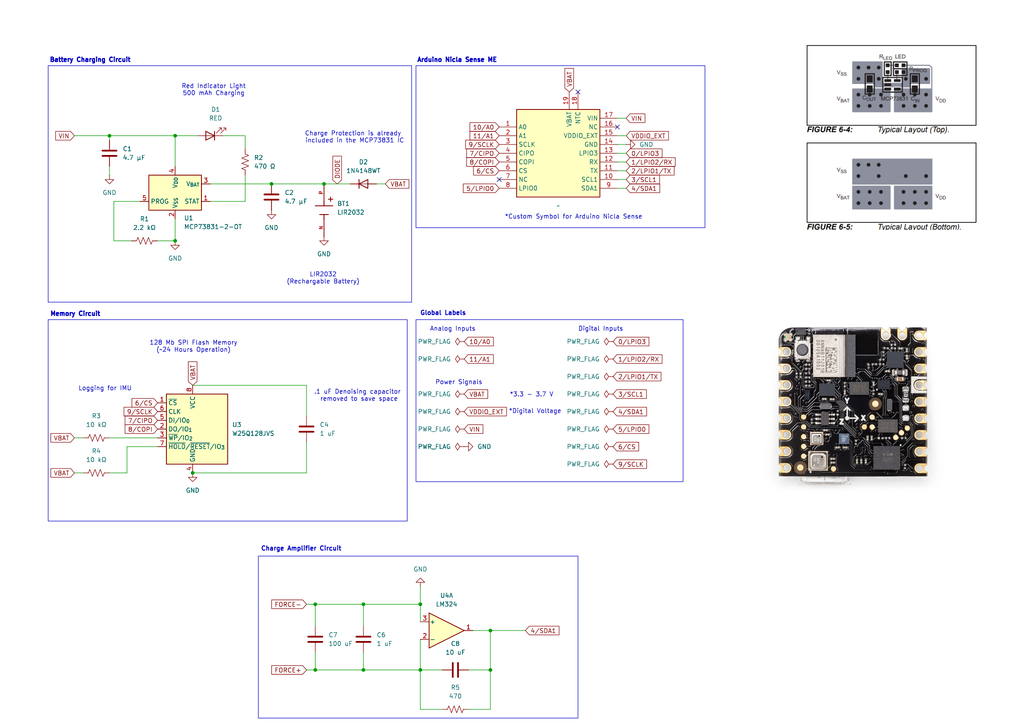
<source format=kicad_sch>
(kicad_sch (version 20250114) (generator "eeschema") (generator_version "9.0")
  (paper "A4")
  (title_block (title "Keel Bone PCB (Data Storage and Battery Only)") (date "2025-11-17") (rev "3"))
  (lib_symbols
    (symbol "Amplifier_Operational:LM324" (pin_names (offset 0.127))
      (property "Reference" "U" (at 0 5.08 0))
      (property "Value" "LM324" (at 0 -5.08 0))
      (symbol "LM324_1_1"
        (polyline (pts (xy -5.08 5.08) (xy 5.08 0) (xy -5.08 -5.08) (xy -5.08 5.08)) (stroke (width 0.254)) (fill (type background)))
        (pin input line (at -7.62 2.54 0) (length 2.54) (name "+") (number "3"))
        (pin input line (at -7.62 -2.54 0) (length 2.54) (name "-") (number "2"))
        (pin output line (at 7.62 0 180) (length 2.54) (name "~") (number "1"))
      )
      (symbol "LM324_2_1"
        (polyline (pts (xy -5.08 5.08) (xy 5.08 0) (xy -5.08 -5.08) (xy -5.08 5.08)) (stroke (width 0.254)) (fill (type background)))
        (pin input line (at -7.62 2.54 0) (length 2.54) (name "+") (number "5"))
        (pin input line (at -7.62 -2.54 0) (length 2.54) (name "-") (number "6"))
        (pin output line (at 7.62 0 180) (length 2.54) (name "~") (number "7"))
      )
      (symbol "LM324_3_1"
        (polyline (pts (xy -5.08 5.08) (xy 5.08 0) (xy -5.08 -5.08) (xy -5.08 5.08)) (stroke (width 0.254)) (fill (type background)))
        (pin input line (at -7.62 2.54 0) (length 2.54) (name "+") (number "10"))
        (pin input line (at -7.62 -2.54 0) (length 2.54) (name "-") (number "9"))
        (pin output line (at 7.62 0 180) (length 2.54) (name "~") (number "8"))
      )
      (symbol "LM324_4_1"
        (polyline (pts (xy -5.08 5.08) (xy 5.08 0) (xy -5.08 -5.08) (xy -5.08 5.08)) (stroke (width 0.254)) (fill (type background)))
        (pin input line (at -7.62 2.54 0) (length 2.54) (name "+") (number "12"))
        (pin input line (at -7.62 -2.54 0) (length 2.54) (name "-") (number "13"))
        (pin output line (at 7.62 0 180) (length 2.54) (name "~") (number "14"))
      )
      (symbol "LM324_5_1"
        (pin power_in line (at -2.54 7.62 270) (length 3.81) (name "V+") (number "4"))
        (pin power_in line (at -2.54 -7.62 90) (length 3.81) (name "V-") (number "11"))
      )
    )
    (symbol "Battery_Management:MCP73831-2-OT"
      (property "Reference" "U" (at -7.62 6.35 0))
      (property "Value" "MCP73831-2-OT" (at 1.27 6.35 0))
      (symbol "MCP73831-2-OT_0_1"
        (rectangle (start -7.62 5.08) (end 7.62 -5.08) (stroke (width 0.254)) (fill (type background)))
      )
      (symbol "MCP73831-2-OT_1_1"
        (pin input line (at -10.16 -2.54 0) (length 2.54) (name "PROG") (number "5"))
        (pin power_in line (at 0 7.62 270) (length 2.54) (name "V_{DD}") (number "4"))
        (pin power_in line (at 0 -7.62 90) (length 2.54) (name "V_{SS}") (number "2"))
        (pin power_out line (at 10.16 2.54 180) (length 2.54) (name "V_{BAT}") (number "3"))
        (pin tri_state line (at 10.16 -2.54 180) (length 2.54) (name "STAT") (number "1"))
      )
    )
    (symbol "Device:Antenna" (pin_numbers (hide yes)) (pin_names (offset 1.016) (hide yes))
      (property "Reference" "AE" (at -1.905 1.905 0))
      (property "Value" "Antenna" (at -1.905 0 0))
      (symbol "Antenna_0_1"
        (polyline (pts (xy 0 2.54) (xy 0 -3.81)) (stroke (width 0.254)))
        (polyline (pts (xy 1.27 2.54) (xy 0 -2.54) (xy -1.27 2.54)) (stroke (width 0.254)))
      )
      (symbol "Antenna_1_1"
        (pin input line (at 0 -5.08 90) (length 2.54) (name "A") (number "1"))
      )
    )
    (symbol "Device:C" (pin_numbers (hide yes)) (pin_names (offset 0.254))
      (property "Reference" "C" (at 0.635 2.54 0))
      (property "Value" "C" (at 0.635 -2.54 0))
      (symbol "C_0_1"
        (polyline (pts (xy -2.032 0.762) (xy 2.032 0.762)) (stroke (width 0.508)))
        (polyline (pts (xy -2.032 -0.762) (xy 2.032 -0.762)) (stroke (width 0.508)))
      )
      (symbol "C_1_1"
        (pin passive line (at 0 3.81 270) (length 2.794) (name "~") (number "1"))
        (pin passive line (at 0 -3.81 90) (length 2.794) (name "~") (number "2"))
      )
    )
    (symbol "Device:LED" (pin_numbers (hide yes)) (pin_names (offset 1.016) (hide yes))
      (property "Reference" "D" (at 0 2.54 0))
      (property "Value" "LED" (at 0 -2.54 0))
      (symbol "LED_0_1"
        (polyline (pts (xy -3.048 -0.762) (xy -4.572 -2.286) (xy -3.81 -2.286) (xy -4.572 -2.286) (xy -4.572 -1.524)))
        (polyline (pts (xy -1.778 -0.762) (xy -3.302 -2.286) (xy -2.54 -2.286) (xy -3.302 -2.286) (xy -3.302 -1.524)))
        (polyline (pts (xy -1.27 0) (xy 1.27 0)))
        (polyline (pts (xy -1.27 -1.27) (xy -1.27 1.27)) (stroke (width 0.254)))
        (polyline (pts (xy 1.27 -1.27) (xy 1.27 1.27) (xy -1.27 0) (xy 1.27 -1.27)) (stroke (width 0.254)))
      )
      (symbol "LED_1_1"
        (pin passive line (at -3.81 0 0) (length 2.54) (name "K") (number "1"))
        (pin passive line (at 3.81 0 180) (length 2.54) (name "A") (number "2"))
      )
    )
    (symbol "Device:R_US" (pin_numbers (hide yes)) (pin_names (offset 0))
      (property "Reference" "R" (at 2.54 0 90))
      (property "Value" "R_US" (at -2.54 0 90))
      (symbol "R_US_0_1"
        (polyline (pts (xy 0 2.286) (xy 0 2.54)))
        (polyline (pts (xy 0 2.286) (xy 1.016 1.905) (xy 0 1.524) (xy -1.016 1.143) (xy 0 0.762)))
        (polyline (pts (xy 0 0.762) (xy 1.016 0.381) (xy 0 0) (xy -1.016 -0.381) (xy 0 -0.762)))
        (polyline (pts (xy 0 -0.762) (xy 1.016 -1.143) (xy 0 -1.524) (xy -1.016 -1.905) (xy 0 -2.286)))
        (polyline (pts (xy 0 -2.286) (xy 0 -2.54)))
      )
      (symbol "R_US_1_1"
        (pin passive line (at 0 3.81 270) (length 1.27) (name "~") (number "1"))
        (pin passive line (at 0 -3.81 90) (length 1.27) (name "~") (number "2"))
      )
    )
    (symbol "Diode:1N4148WT" (pin_numbers (hide yes)) (pin_names (hide yes))
      (property "Reference" "D" (at 0 2.54 0))
      (property "Value" "1N4148WT" (at 0 -2.54 0))
      (symbol "1N4148WT_0_1"
        (polyline (pts (xy -1.27 1.27) (xy -1.27 -1.27)) (stroke (width 0.254)))
        (polyline (pts (xy 1.27 1.27) (xy 1.27 -1.27) (xy -1.27 0) (xy 1.27 1.27)) (stroke (width 0.254)))
        (polyline (pts (xy 1.27 0) (xy -1.27 0)))
      )
      (symbol "1N4148WT_1_1"
        (pin passive line (at -3.81 0 0) (length 2.54) (name "K") (number "1"))
        (pin passive line (at 3.81 0 180) (length 2.54) (name "A") (number "2"))
      )
    )
    (symbol "Memory_Flash:W25Q128JVS"
      (property "Reference" "U" (at -6.35 11.43 0))
      (property "Value" "W25Q128JVS" (at 7.62 11.43 0))
      (symbol "W25Q128JVS_0_1"
        (rectangle (start -7.62 10.16) (end 10.16 -10.16) (stroke (width 0.254)) (fill (type background)))
      )
      (symbol "W25Q128JVS_1_1"
        (pin input line (at -10.16 7.62 0) (length 2.54) (name "~{CS}") (number "1"))
        (pin input line (at -10.16 5.08 0) (length 2.54) (name "CLK") (number "6"))
        (pin bidirectional line (at -10.16 2.54 0) (length 2.54) (name "DI/IO_{0}") (number "5"))
        (pin bidirectional line (at -10.16 0 0) (length 2.54) (name "DO/IO_{1}") (number "2"))
        (pin bidirectional line (at -10.16 -2.54 0) (length 2.54) (name "~{WP}/IO_{2}") (number "3"))
        (pin bidirectional line (at -10.16 -5.08 0) (length 2.54) (name "~{HOLD}/~{RESET}/IO_{3}") (number "7"))
        (pin power_in line (at 0 12.7 270) (length 2.54) (name "VCC") (number "8"))
        (pin power_in line (at 0 -12.7 90) (length 2.54) (name "GND") (number "4"))
      )
    )
    (symbol "Regulator_Linear:LM1117DT-1.8"
      (property "Reference" "U" (at -3.81 3.175 0))
      (property "Value" "LM1117DT-1.8" (at 0 3.175 0))
      (symbol "LM1117DT-1.8_0_1"
        (rectangle (start -5.08 -5.08) (end 5.08 1.905) (stroke (width 0.254)) (fill (type background)))
      )
      (symbol "LM1117DT-1.8_1_1"
        (pin power_in line (at -7.62 0 0) (length 2.54) (name "VI") (number "3"))
        (pin power_in line (at 0 -7.62 90) (length 2.54) (name "GND") (number "1"))
        (pin power_out line (at 7.62 0 180) (length 2.54) (name "VO") (number "2"))
      )
    )
    (symbol "power:GND" (power) (pin_numbers (hide yes)) (pin_names (offset 0) (hide yes))
      (property "Value" "GND" (at 0 -3.81 0))
      (symbol "GND_0_1"
        (polyline (pts (xy 0 0) (xy 0 -1.27) (xy 1.27 -1.27) (xy 0 -2.54) (xy -1.27 -1.27) (xy 0 -1.27)))
      )
      (symbol "GND_1_1"
        (pin power_in line (at 0 0 270) (length 0) (name "~") (number "1"))
      )
    )
    (symbol "power:PWR_FLAG" (power) (pin_numbers (hide yes)) (pin_names (offset 0) (hide yes))
      (property "Value" "PWR_FLAG" (at 0 3.81 0))
      (symbol "PWR_FLAG_0_0"
        (pin power_out line (at 0 0 90) (length 0) (name "~") (number "1"))
      )
      (symbol "PWR_FLAG_0_1"
        (polyline (pts (xy 0 0) (xy 0 1.27) (xy -1.016 1.905) (xy 0 2.54) (xy 1.016 1.905) (xy 0 1.27)))
      )
    )
    (symbol "symbols:Arduino_Nicla_Sense"
      (symbol "Arduino_Nicla_Sense_0_1"
        (rectangle (start -7.62 10.16) (end 16.51 -15.24) (stroke (width 0.254)) (fill (type background)))
      )
      (symbol "Arduino_Nicla_Sense_1_1"
        (pin input line (at -12.7 5.08 0) (length 5.08) (name "A0") (number "1"))
        (pin input line (at -12.7 2.54 0) (length 5.08) (name "A1") (number "2"))
        (pin input line (at -12.7 0 0) (length 5.08) (name "SCLK") (number "3"))
        (pin input line (at -12.7 -2.54 0) (length 5.08) (name "CIPO") (number "4"))
        (pin input line (at -12.7 -5.08 0) (length 5.08) (name "COPI") (number "5"))
        (pin input line (at -12.7 -7.62 0) (length 5.08) (name "CS") (number "6"))
        (pin input line (at -12.7 -10.16 0) (length 5.08) (name "NC") (number "7"))
        (pin input line (at -12.7 -12.7 0) (length 5.08) (name "LPIO0") (number "8"))
        (pin input line (at 7.62 15.24 270) (length 5.08) (name "VBAT") (number "19"))
        (pin input line (at 10.16 15.24 270) (length 5.08) (name "NTC") (number "18"))
        (pin input line (at 21.59 7.62 180) (length 5.08) (name "VIN") (number "17"))
        (pin input line (at 21.59 5.08 180) (length 5.08) (name "NC") (number "16"))
        (pin input line (at 21.59 2.54 180) (length 5.08) (name "VDDIO_EXT") (number "15"))
        (pin input line (at 21.59 0 180) (length 5.08) (name "GND") (number "14"))
        (pin input line (at 21.59 -2.54 180) (length 5.08) (name "LPIO3") (number "13"))
        (pin input line (at 21.59 -5.08 180) (length 5.08) (name "RX") (number "12"))
        (pin input line (at 21.59 -7.62 180) (length 5.08) (name "TX") (number "11"))
        (pin input line (at 21.59 -10.16 180) (length 5.08) (name "SCL1") (number "10"))
        (pin input line (at 21.59 -12.7 180) (length 5.08) (name "SDA1") (number "9"))
      )
    )
    (symbol "symbols:KEYSTONE_504" (pin_names (offset 1.016))
      (property "Reference" "BT" (at -3.81 3.81 0))
      (property "Value" "KEYSTONE_504" (at -3.81 -5.08 0))
      (symbol "KEYSTONE_504_0_0"
        (polyline (pts (xy -3.81 1.905) (xy -2.54 1.905)) (stroke (width 0.254)))
        (polyline (pts (xy -3.175 2.54) (xy -3.175 1.27)) (stroke (width 0.254)))
        (polyline (pts (xy -1.27 2.54) (xy -1.27 0)) (stroke (width 0.254)))
        (polyline (pts (xy -1.27 0) (xy -2.54 0)) (stroke (width 0.254)))
        (polyline (pts (xy -1.27 0) (xy -1.27 -2.54)) (stroke (width 0.254)))
        (polyline (pts (xy 1.27 1.27) (xy 1.27 0)) (stroke (width 0.254)))
        (polyline (pts (xy 1.27 0) (xy 1.27 -1.27)) (stroke (width 0.254)))
        (polyline (pts (xy 1.27 0) (xy 2.54 0)) (stroke (width 0.254)))
        (pin passive line (at -7.62 0 0) (length 5.08) (name "~") (number "P"))
        (pin passive line (at 7.62 0 180) (length 5.08) (name "~") (number "N"))
      )
    )
  )
  (rectangle (start 74.93 161.29) (end 167.64 208.28))
  (rectangle (start 120.65 19.05) (end 204.47 66.04))
  (rectangle (start 13.97 19.05) (end 119.38 87.63))
  (rectangle (start -16.51 218.44) (end 78.74 251.46))
  (rectangle (start 13.97 92.71) (end 118.11 151.13))
  (rectangle (start 120.65 92.71) (end 198.12 139.7))
  (rectangle (start 86.36 218.44) (end 130.81 251.46))
  (text "*Custom Symbol for Arduino Nicla Sense" (at 166.37 62.992 0) (effects (font (size 1.27 1.27))))
  (text "*Digital Voltage\n" (at 155.194 119.38 0) (effects (font (size 1.27 1.27))))
  (text "Charge Protection is already \nincluded in the MCP73831 IC\n" (at 102.87 39.878 0) (effects (font (size 1.27 1.27))))
  (text "Global Labels" (at 128.524 90.932 0) (effects (font (size 1.27 1.27) (thickness 0.254) (bold yes))))
  (text "https://docs.arduino.cc/resources/datasheets/ABX00050-datasheet.pdf" (at 89.662 -1.524 0) (effects (font (size 1.27 1.27))))
  (text "Analog Inputs\n" (at 131.318 95.504 0) (effects (font (size 1.27 1.27))))
  (text "*3.3 - 3.7 V" (at 154.178 114.554 0) (effects (font (size 1.27 1.27))))
  (text "LIR2032\n(Rechargable Battery)" (at 93.726 80.772 0) (effects (font (size 1.27 1.27))))
  (text "128 Mb SPI Flash Memory\n(~24 Hours Operation)" (at 56.134 100.584 0) (effects (font (size 1.27 1.27))))
  (text "Digital Inputs" (at 174.244 95.504 0) (effects (font (size 1.27 1.27) (thickness 0.1588))))
  (text "RF Charging Circuit" (at 96.266 216.154 0) (effects (font (size 1.27 1.27) (thickness 0.254) (bold yes))))
  (text "Logging for IMU" (at 30.48 112.776 0) (effects (font (size 1.27 1.27))))
  (text "Charge Amplifier Circuit" (at 87.376 159.258 0) (effects (font (size 1.27 1.27) (thickness 0.254) (bold yes))))
  (text "Memory Circuit" (at 21.844 91.186 0) (effects (font (size 1.27 1.27) (thickness 0.381) (bold yes))))
  (text "Strain Gauge Circuit" (at -4.064 216.408 0) (effects (font (size 1.27 1.27) (thickness 0.254) (bold yes))))
  (text "Battery Charging Circuit" (at 26.162 17.526 0) (effects (font (size 1.27 1.27) (thickness 0.381) (bold yes))))
  (text ".1 uF Denoising capacitor \nremoved to save space" (at 104.14 114.808 0) (effects (font (size 1.27 1.27))))
  (text "Arduino Nicla Sense ME" (at 132.588 17.526 0) (effects (font (size 1.27 1.27) (thickness 0.381) (bold yes))))
  (text "Power Signals" (at 133.096 110.998 0) (effects (font (size 1.27 1.27))))
  (text "Red Indicator Light\n500 mAh Charging" (at 61.976 26.162 0) (effects (font (size 1.27 1.27))))
  (junction (at 25.4 228.6))
  (junction (at 50.8 39.37))
  (junction (at 142.24 182.88))
  (junction (at 105.41 175.26))
  (junction (at 121.92 194.31))
  (junction (at 93.98 53.34))
  (junction (at 91.44 175.26))
  (junction (at 62.23 236.22))
  (junction (at 121.92 175.26))
  (junction (at 105.41 194.31))
  (junction (at 55.88 137.16))
  (junction (at 25.4 243.84))
  (junction (at 6.35 233.68))
  (junction (at 142.24 194.31))
  (junction (at 91.44 194.31))
  (junction (at 50.8 69.85))
  (junction (at 78.74 53.34))
  (junction (at 31.75 39.37))
  (no_connect (at 144.78 52.07))
  (no_connect (at 167.64 26.67))
  (no_connect (at 179.07 36.83))
  (wire (pts (xy 71.12 50.8) (xy 71.12 58.42)))
  (wire (pts (xy 6.35 243.84) (xy 6.35 233.68)))
  (wire (pts (xy 11.43 243.84) (xy 6.35 243.84)))
  (wire (pts (xy 78.74 53.34) (xy 93.98 53.34)))
  (wire (pts (xy 105.41 175.26) (xy 105.41 181.61)))
  (wire (pts (xy 6.35 228.6) (xy 6.35 233.68)))
  (wire (pts (xy 109.22 53.34) (xy 111.76 53.34)))
  (wire (pts (xy 50.8 39.37) (xy 50.8 48.26)))
  (wire (pts (xy 105.41 175.26) (xy 91.44 175.26)))
  (wire (pts (xy 25.4 243.84) (xy 34.29 243.84)))
  (wire (pts (xy 105.41 194.31) (xy 121.92 194.31)))
  (wire (pts (xy 179.07 41.91) (xy 181.61 41.91)))
  (wire (pts (xy 21.59 39.37) (xy 31.75 39.37)))
  (wire (pts (xy 6.35 228.6) (xy 11.43 228.6)))
  (wire (pts (xy 121.92 194.31) (xy 121.92 205.74)))
  (wire (pts (xy 25.4 228.6) (xy 25.4 243.84)))
  (wire (pts (xy 179.07 52.07) (xy 181.61 52.07)))
  (wire (pts (xy 121.92 194.31) (xy 121.92 185.42)))
  (wire (pts (xy 31.75 39.37) (xy 31.75 40.64)))
  (wire (pts (xy 88.9 128.27) (xy 88.9 137.16)))
  (wire (pts (xy 105.41 194.31) (xy 105.41 189.23)))
  (wire (pts (xy 45.72 69.85) (xy 50.8 69.85)))
  (wire (pts (xy 33.02 69.85) (xy 38.1 69.85)))
  (wire (pts (xy 36.83 137.16) (xy 36.83 129.54)))
  (wire (pts (xy 21.59 137.16) (xy 24.13 137.16)))
  (wire (pts (xy 121.92 175.26) (xy 121.92 180.34)))
  (wire (pts (xy 64.77 39.37) (xy 71.12 39.37)))
  (wire (pts (xy 179.07 46.99) (xy 181.61 46.99)))
  (wire (pts (xy 57.15 39.37) (xy 50.8 39.37)))
  (wire (pts (xy 179.07 54.61) (xy 181.61 54.61)))
  (wire (pts (xy 121.92 170.18) (xy 121.92 175.26)))
  (wire (pts (xy 19.05 228.6) (xy 25.4 228.6)))
  (wire (pts (xy 71.12 39.37) (xy 71.12 43.18)))
  (wire (pts (xy 88.9 111.76) (xy 55.88 111.76)))
  (wire (pts (xy 36.83 129.54) (xy 45.72 129.54)))
  (wire (pts (xy 25.4 228.6) (xy 38.1 228.6)))
  (wire (pts (xy 31.75 48.26) (xy 31.75 50.8)))
  (wire (pts (xy 50.8 69.85) (xy 50.8 63.5)))
  (wire (pts (xy 135.89 194.31) (xy 142.24 194.31)))
  (wire (pts (xy 31.75 39.37) (xy 50.8 39.37)))
  (wire (pts (xy 31.75 137.16) (xy 36.83 137.16)))
  (wire (pts (xy 93.98 53.34) (xy 101.6 53.34)))
  (wire (pts (xy 33.02 58.42) (xy 33.02 69.85)))
  (wire (pts (xy 179.07 49.53) (xy 181.61 49.53)))
  (wire (pts (xy 142.24 182.88) (xy 152.4 182.88)))
  (wire (pts (xy 62.23 243.84) (xy 62.23 236.22)))
  (wire (pts (xy 142.24 194.31) (xy 142.24 182.88)))
  (wire (pts (xy 135.89 205.74) (xy 142.24 205.74)))
  (wire (pts (xy 6.35 233.68) (xy -3.81 233.68)))
  (wire (pts (xy 40.64 58.42) (xy 33.02 58.42)))
  (wire (pts (xy 62.23 236.22) (xy 62.23 228.6)))
  (wire (pts (xy 62.23 228.6) (xy 59.69 228.6)))
  (wire (pts (xy 142.24 182.88) (xy 137.16 182.88)))
  (wire (pts (xy 88.9 194.31) (xy 91.44 194.31)))
  (wire (pts (xy 41.91 243.84) (xy 62.23 243.84)))
  (wire (pts (xy 91.44 175.26) (xy 91.44 181.61)))
  (wire (pts (xy 91.44 194.31) (xy 105.41 194.31)))
  (wire (pts (xy 62.23 236.22) (xy 64.77 236.22)))
  (wire (pts (xy 71.12 58.42) (xy 60.96 58.42)))
  (wire (pts (xy 91.44 189.23) (xy 91.44 194.31)))
  (wire (pts (xy 179.07 34.29) (xy 181.61 34.29)))
  (wire (pts (xy 88.9 120.65) (xy 88.9 111.76)))
  (wire (pts (xy 25.4 243.84) (xy 19.05 243.84)))
  (wire (pts (xy 105.41 175.26) (xy 121.92 175.26)))
  (wire (pts (xy 179.07 44.45) (xy 181.61 44.45)))
  (wire (pts (xy 142.24 194.31) (xy 142.24 205.74)))
  (wire (pts (xy 21.59 127) (xy 24.13 127)))
  (wire (pts (xy 55.88 137.16) (xy 88.9 137.16)))
  (wire (pts (xy 88.9 175.26) (xy 91.44 175.26)))
  (wire (pts (xy 31.75 127) (xy 45.72 127)))
  (wire (pts (xy 179.07 39.37) (xy 181.61 39.37)))
  (wire (pts (xy 121.92 205.74) (xy 128.27 205.74)))
  (wire (pts (xy 128.27 194.31) (xy 121.92 194.31)))
  (wire (pts (xy 60.96 53.34) (xy 78.74 53.34)))
  (image (at 247.396 117.856) (scale 0.832519))
  (image (at 257.81 39.37) (scale 0.385809))
  (global_label "STRAIN+" (shape input) (at 45.72 228.6 270) (effects (font (thickness 0.1588))) (property "Intersheetrefs" "${INTERSHEET_REFS}" (effects (hide yes))))
  (global_label "5{slash}LPIO0" (shape input) (at 177.8 124.46 0) (property "Intersheetrefs" "${INTERSHEET_REFS}" (effects (hide yes))))
  (global_label "2{slash}LPIO1{slash}TX" (shape input) (at 177.8 109.22 0) (property "Intersheetrefs" "${INTERSHEET_REFS}" (effects (hide yes))))
  (global_label "VRF" (shape input) (at 113.03 227.33 90) (property "Intersheetrefs" "${INTERSHEET_REFS}" (effects (hide yes))))
  (global_label "6{slash}CS" (shape input) (at 177.8 129.54 0) (property "Intersheetrefs" "${INTERSHEET_REFS}" (effects (hide yes))))
  (global_label "0{slash}LPIO3" (shape input) (at 181.61 44.45 0) (property "Intersheetrefs" "${INTERSHEET_REFS}" (effects (hide yes))))
  (global_label "10{slash}A0" (shape input) (at 144.78 36.83 180) (property "Intersheetrefs" "${INTERSHEET_REFS}" (effects (hide yes))))
  (global_label "VBAT" (shape input) (at 21.59 137.16 180) (property "Intersheetrefs" "${INTERSHEET_REFS}" (effects (hide yes))))
  (global_label "0{slash}LPIO3" (shape input) (at 177.8 99.06 0) (property "Intersheetrefs" "${INTERSHEET_REFS}" (effects (hide yes))))
  (global_label "STRAIN-" (shape input) (at 52.07 228.6 270) (effects (font (thickness 0.1588))) (property "Intersheetrefs" "${INTERSHEET_REFS}" (effects (hide yes))))
  (global_label "8{slash}COPI" (shape input) (at 144.78 46.99 180) (property "Intersheetrefs" "${INTERSHEET_REFS}" (effects (hide yes))))
  (global_label "VDDIO_EXT" (shape input) (at 181.61 39.37 0) (property "Intersheetrefs" "${INTERSHEET_REFS}" (effects (hide yes))))
  (global_label "VBAT" (shape input) (at 21.59 127 180) (property "Intersheetrefs" "${INTERSHEET_REFS}" (effects (hide yes))))
  (global_label "6{slash}CS" (shape input) (at 144.78 49.53 180) (property "Intersheetrefs" "${INTERSHEET_REFS}" (effects (hide yes))))
  (global_label "10{slash}A0" (shape input) (at 134.62 99.06 0) (property "Intersheetrefs" "${INTERSHEET_REFS}" (effects (hide yes))))
  (global_label "6{slash}CS" (shape input) (at 45.72 116.84 180) (property "Intersheetrefs" "${INTERSHEET_REFS}" (effects (hide yes))))
  (global_label "7{slash}CIPO" (shape input) (at 45.72 121.92 180) (property "Intersheetrefs" "${INTERSHEET_REFS}" (effects (hide yes))))
  (global_label "9{slash}SCLK" (shape input) (at 177.8 134.62 0) (property "Intersheetrefs" "${INTERSHEET_REFS}" (effects (hide yes))))
  (global_label "11{slash}A1" (shape input) (at 144.78 39.37 180) (property "Intersheetrefs" "${INTERSHEET_REFS}" (effects (hide yes))))
  (global_label "DIODE" (shape input) (at 97.79 53.34 90) (property "Intersheetrefs" "${INTERSHEET_REFS}" (effects (hide yes))))
  (global_label "5{slash}LPIO0" (shape input) (at 144.78 54.61 180) (property "Intersheetrefs" "${INTERSHEET_REFS}" (effects (hide yes))))
  (global_label "VIN" (shape input) (at 21.59 39.37 180) (property "Intersheetrefs" "${INTERSHEET_REFS}" (effects (hide yes))))
  (global_label "VBAT" (shape input) (at 134.62 114.3 0) (property "Intersheetrefs" "${INTERSHEET_REFS}" (effects (hide yes))))
  (global_label "FORCE+" (shape input) (at 88.9 194.31 180) (effects (font (thickness 0.1588))) (property "Intersheetrefs" "${INTERSHEET_REFS}" (effects (hide yes))))
  (global_label "9{slash}SCLK" (shape input) (at 144.78 41.91 180) (property "Intersheetrefs" "${INTERSHEET_REFS}" (effects (hide yes))))
  (global_label "3{slash}SCL1" (shape input) (at 181.61 52.07 0) (property "Intersheetrefs" "${INTERSHEET_REFS}" (effects (hide yes))))
  (global_label "4{slash}SDA1" (shape input) (at 152.4 182.88 0) (property "Intersheetrefs" "${INTERSHEET_REFS}" (effects (hide yes))))
  (global_label "7{slash}CIPO" (shape input) (at 144.78 44.45 180) (property "Intersheetrefs" "${INTERSHEET_REFS}" (effects (hide yes))))
  (global_label "9{slash}SCLK" (shape input) (at 45.72 119.38 180) (property "Intersheetrefs" "${INTERSHEET_REFS}" (effects (hide yes))))
  (global_label "8{slash}COPI" (shape input) (at 45.72 124.46 180) (property "Intersheetrefs" "${INTERSHEET_REFS}" (effects (hide yes))))
  (global_label "VBAT" (shape input) (at 55.88 111.76 90) (property "Intersheetrefs" "${INTERSHEET_REFS}" (effects (hide yes))))
  (global_label "1{slash}LPIO2{slash}RX" (shape input) (at 181.61 46.99 0) (property "Intersheetrefs" "${INTERSHEET_REFS}" (effects (hide yes))))
  (global_label "FORCE-" (shape input) (at 88.9 175.26 180) (effects (font (thickness 0.1588))) (property "Intersheetrefs" "${INTERSHEET_REFS}" (effects (hide yes))))
  (global_label "VBAT" (shape input) (at 165.1 26.67 90) (property "Intersheetrefs" "${INTERSHEET_REFS}" (effects (hide yes))))
  (global_label "3{slash}SCL1" (shape input) (at 177.8 114.3 0) (property "Intersheetrefs" "${INTERSHEET_REFS}" (effects (hide yes))))
  (global_label "VIN" (shape input) (at 181.61 34.29 0) (property "Intersheetrefs" "${INTERSHEET_REFS}" (effects (hide yes))))
  (global_label "VDDIO_EXT" (shape input) (at 134.62 119.38 0) (property "Intersheetrefs" "${INTERSHEET_REFS}" (effects (hide yes))))
  (global_label "4{slash}SDA1" (shape input) (at 177.8 119.38 0) (property "Intersheetrefs" "${INTERSHEET_REFS}" (effects (hide yes))))
  (global_label "VBAT" (shape input) (at -3.81 233.68 180) (effects (font (thickness 0.1588))) (property "Intersheetrefs" "${INTERSHEET_REFS}" (effects (hide yes))))
  (global_label "1{slash}LPIO2{slash}RX" (shape input) (at 177.8 104.14 0) (property "Intersheetrefs" "${INTERSHEET_REFS}" (effects (hide yes))))
  (global_label "3{slash}SCL1" (shape input) (at 25.4 236.22 0) (property "Intersheetrefs" "${INTERSHEET_REFS}" (effects (hide yes))))
  (global_label "11{slash}A1" (shape input) (at 134.62 104.14 0) (property "Intersheetrefs" "${INTERSHEET_REFS}" (effects (hide yes))))
  (global_label "VIN" (shape input) (at 134.62 124.46 0) (property "Intersheetrefs" "${INTERSHEET_REFS}" (effects (hide yes))))
  (global_label "4{slash}SDA1" (shape input) (at 181.61 54.61 0) (property "Intersheetrefs" "${INTERSHEET_REFS}" (effects (hide yes))))
  (global_label "VBAT" (shape input) (at 111.76 53.34 0) (property "Intersheetrefs" "${INTERSHEET_REFS}" (effects (hide yes))))
  (global_label "2{slash}LPIO1{slash}TX" (shape input) (at 181.61 49.53 0) (property "Intersheetrefs" "${INTERSHEET_REFS}" (effects (hide yes))))
  (symbol (lib_id "power:GND") (at 181.61 41.91 90) (mirror x) (unit 1)
    (property "Reference" "#PWR016" (effects (hide yes)))
    (property "Value" "GND" (at 185.42 41.9099 90) (effects (justify right)))
    (property "Description" "Power symbol creates a global label with name \"GND\" , ground" (effects (hide yes)))
  )
  (symbol (lib_id "power:GND") (at 50.8 69.85 0) (unit 1)
    (property "Reference" "#PWR02" (effects (hide yes)))
    (property "Value" "GND" (at 50.8 74.93 0))
    (property "Description" "Power symbol creates a global label with name \"GND\" , ground" (effects (hide yes)))
  )
  (symbol (lib_id "power:PWR_FLAG") (at 177.8 99.06 90) (unit 1)
    (property "Reference" "#FLG01" (effects (hide yes)))
    (property "Value" "PWR_FLAG" (at 173.99 99.0599 90) (effects (justify left)))
    (property "Description" "Special symbol for telling ERC where power comes from" (effects (hide yes)))
  )
  (symbol (lib_id "power:GND") (at 121.92 170.18 0) (mirror x) (unit 1)
    (property "Reference" "#PWR05" (effects (hide yes)))
    (property "Value" "GND" (at 121.92 165.1 0))
    (property "Description" "Power symbol creates a global label with name \"GND\" , ground" (effects (hide yes)))
  )
  (symbol (lib_id "Device:LED") (at 60.96 39.37 180) (unit 1)
    (property "Reference" "D1" (at 62.5475 31.75 0))
    (property "Value" "RED" (at 62.5475 34.29 0))
    (property "Footprint" "Diode_SMD:D_0201_0603Metric" (effects (hide yes)))
    (property "Description" "Light emitting diode" (effects (hide yes)))
    (property "Sim.Pins" "1=K 2=A" (effects (hide yes)))
  )
  (symbol (lib_id "Device:C") (at 31.75 44.45 180) (unit 1)
    (property "Reference" "C1" (at 35.56 43.1799 0) (effects (justify right)))
    (property "Value" "4.7 μF" (at 35.56 45.7199 0) (effects (justify right)))
    (property "Footprint" "Capacitor_SMD:C_0201_0603Metric" (effects (hide yes)))
    (property "Description" "Unpolarized capacitor" (effects (hide yes)))
  )
  (symbol (lib_id "power:PWR_FLAG") (at 134.62 124.46 90) (unit 1)
    (property "Reference" "#FLG016" (effects (hide yes)))
    (property "Value" "PWR_FLAG" (at 130.81 124.4599 90) (effects (justify left)))
    (property "Description" "Special symbol for telling ERC where power comes from" (effects (hide yes)))
  )
  (symbol (lib_id "Device:R_US") (at 38.1 243.84 90) (unit 1)
    (property "Reference" "R10" (at 38.1 237.49 90))
    (property "Value" "100" (at 38.1 240.03 90))
    (property "Footprint" "Resistor_SMD:R_0201_0603Metric" (effects (hide yes)))
    (property "Description" "Resistor, US symbol" (effects (hide yes)))
  )
  (symbol (lib_id "power:PWR_FLAG") (at 134.62 99.06 90) (unit 1)
    (property "Reference" "#FLG02" (effects (hide yes)))
    (property "Value" "PWR_FLAG" (at 130.81 99.0599 90) (effects (justify left)))
    (property "Description" "Special symbol for telling ERC where power comes from" (effects (hide yes)))
  )
  (symbol (lib_id "power:GND") (at 64.77 236.22 90) (unit 1)
    (property "Reference" "#PWR06" (effects (hide yes)))
    (property "Value" "GND" (at 68.58 236.2199 90) (effects (justify right)))
    (property "Description" "Power symbol creates a global label with name \"GND\" , ground" (effects (hide yes)))
  )
  (symbol (lib_id "Device:R_US") (at 41.91 228.6 90) (unit 1)
    (property "Reference" "R8" (at 41.91 222.25 90))
    (property "Value" "Rwire" (at 41.91 224.79 90))
    (property "Footprint" "Resistor_SMD:R_0201_0603Metric" (effects (hide yes)))
    (property "Description" "Resistor, US symbol" (effects (hide yes)))
  )
  (symbol (lib_id "Device:R_US") (at 27.94 137.16 90) (unit 1)
    (property "Reference" "R4" (at 27.94 130.81 90))
    (property "Value" "10 kΩ" (at 27.94 133.35 90))
    (property "Footprint" "Resistor_SMD:R_0201_0603Metric" (effects (hide yes)))
    (property "Description" "Resistor, US symbol" (effects (hide yes)))
  )
  (symbol (lib_id "power:PWR_FLAG") (at 177.8 129.54 90) (unit 1)
    (property "Reference" "#FLG010" (effects (hide yes)))
    (property "Value" "PWR_FLAG" (at 173.99 129.5399 90) (effects (justify left)))
    (property "Description" "Special symbol for telling ERC where power comes from" (effects (hide yes)))
  )
  (symbol (lib_id "power:GND") (at 113.03 242.57 0) (unit 1)
    (property "Reference" "#PWR07" (effects (hide yes)))
    (property "Value" "GND" (at 113.03 247.65 0))
    (property "Description" "Power symbol creates a global label with name \"GND\" , ground" (effects (hide yes)))
  )
  (symbol (lib_id "power:GND") (at 78.74 60.96 0) (unit 1)
    (property "Reference" "#PWR012" (effects (hide yes)))
    (property "Value" "GND" (at 78.74 66.04 0))
    (property "Description" "Power symbol creates a global label with name \"GND\" , ground" (effects (hide yes)))
  )
  (symbol (lib_id "Regulator_Linear:LM1117DT-1.8") (at 113.03 234.95 270) (unit 1)
    (property "Reference" "U5" (at 116.84 233.6799 90) (effects (justify left)))
    (property "Value" "PCC110" (at 116.84 236.2199 90) (effects (justify left)))
    (property "Footprint" "Package_TO_SOT_SMD:TO-252-3_TabPin2" (effects (hide yes)))
    (property "Datasheet" "http://www.ti.com/lit/ds/symlink/lm1117.pdf" (effects (hide yes)))
    (property "Description" "800mA Low-Dropout Linear Regulator, 1.8V fixed output, TO-252" (effects (hide yes)))
  )
  (symbol (lib_id "symbols:KEYSTONE_504") (at 93.98 60.96 270) (unit 1)
    (property "Reference" "BT1" (at 97.79 59.0549 90) (effects (justify left)))
    (property "Value" "LIR2032" (at 97.79 61.5949 90) (effects (justify left)))
    (property "Footprint" "footprints:BAT_504" (effects (hide yes)))
    (property "MF" "Keystone Electronics" (effects (hide yes)))
    (property "MAXIMUM_PACKAGE_HEIGHT" "5.38mm" (effects (hide yes)))
    (property "Package" "None" (effects (hide yes)))
    (property "Price" "None" (effects (hide yes)))
    (property "Check_prices" "https://www.snapeda.com/parts/504/Keystone/view-part/?ref=eda" (effects (hide yes)))
    (property "STANDARD" "Manufacturer Recommendations" (effects (hide yes)))
    (property "PARTREV" "H" (effects (hide yes)))
    (property "SnapEDA_Link" "https://www.snapeda.com/parts/504/Keystone/view-part/?ref=snap" (effects (hide yes)))
    (property "MP" "504" (effects (hide yes)))
    (property "Description_1" "SMT Holder for 16mm Cell" (effects (hide yes)))
    (property "SNAPEDA_PN" "504" (effects (hide yes)))
    (property "Availability" "In Stock" (effects (hide yes)))
    (property "MANUFACTURER" "Keystone" (effects (hide yes)))
  )
  (symbol (lib_id "Amplifier_Operational:LM324") (at 129.54 182.88 0) (unit 1)
    (property "Reference" "U4" (at 129.54 172.72 0))
    (property "Value" "LM324" (at 129.54 175.26 0))
    (property "Footprint" "Converter_ACDC:Converter_ACDC_CUI_PBO-3-Sxx_THT_Vertical" (effects (hide yes)))
    (property "Datasheet" "http://www.ti.com/lit/ds/symlink/lm2902-n.pdf" (effects (hide yes)))
    (property "Description" "Low-Power, Quad-Operational Amplifiers, DIP-14/SOIC-14/SSOP-14" (effects (hide yes)))
  )
  (symbol (lib_id "symbols:Arduino_Nicla_Sense") (at 157.48 41.91 0) (unit 1)
    (property "Reference" "U2" (effects (hide yes)))
    (property "Value" "~" (at 161.925 59.69 0))
    (property "Footprint" "footprints:Arduino_Nicla_Sense" (effects (hide yes)))
  )
  (symbol (lib_id "Battery_Management:MCP73831-2-OT") (at 50.8 55.88 0) (unit 1)
    (property "Reference" "U1" (at 53.34 63.246 0) (effects (justify left)))
    (property "Value" "MCP73831-2-OT" (at 53.34 65.786 0) (effects (justify left)))
    (property "Footprint" "Package_TO_SOT_SMD:SOT-23-5" (effects (hide yes)))
    (property "Datasheet" "http://ww1.microchip.com/downloads/en/DeviceDoc/20001984g.pdf" (effects (hide yes)))
    (property "Description" "Single cell, Li-Ion/Li-Po charge management controller, 4.20V, Tri-State Status Output, in SOT23-5 package" (effects (hide yes)))
  )
  (symbol (lib_id "power:GND") (at 31.75 50.8 0) (unit 1)
    (property "Reference" "#PWR08" (effects (hide yes)))
    (property "Value" "GND" (at 31.75 55.88 0))
    (property "Description" "Power symbol creates a global label with name \"GND\" , ground" (effects (hide yes)))
  )
  (symbol (lib_id "power:PWR_FLAG") (at 177.8 119.38 90) (unit 1)
    (property "Reference" "#FLG08" (effects (hide yes)))
    (property "Value" "PWR_FLAG" (at 173.99 119.3799 90) (effects (justify left)))
    (property "Description" "Special symbol for telling ERC where power comes from" (effects (hide yes)))
  )
  (symbol (lib_id "Device:R_US") (at 41.91 69.85 90) (unit 1)
    (property "Reference" "R1" (at 41.91 63.5 90))
    (property "Value" "2.2 kΩ" (at 41.91 66.04 90))
    (property "Footprint" "Resistor_SMD:R_0201_0603Metric" (effects (hide yes)))
    (property "Description" "Resistor, US symbol" (effects (hide yes)))
  )
  (symbol (lib_id "Diode:1N4148WT") (at 105.41 53.34 0) (unit 1)
    (property "Reference" "D2" (at 105.41 46.99 0))
    (property "Value" "1N4148WT" (at 105.41 49.53 0))
    (property "Footprint" "Diode_SMD:D_SOD-523" (effects (hide yes)))
    (property "Datasheet" "https://www.diodes.com/assets/Datasheets/ds30396.pdf" (effects (hide yes)))
    (property "Description" "75V 0.15A Fast switching Diode, SOD-523" (effects (hide yes)))
    (property "Sim.Device" "D" (effects (hide yes)))
    (property "Sim.Pins" "1=K 2=A" (effects (hide yes)))
  )
  (symbol (lib_id "power:PWR_FLAG") (at 177.8 124.46 90) (unit 1)
    (property "Reference" "#FLG09" (effects (hide yes)))
    (property "Value" "PWR_FLAG" (at 173.99 124.4599 90) (effects (justify left)))
    (property "Description" "Special symbol for telling ERC where power comes from" (effects (hide yes)))
  )
  (symbol (lib_id "power:PWR_FLAG") (at 134.62 114.3 90) (unit 1)
    (property "Reference" "#FLG014" (effects (hide yes)))
    (property "Value" "PWR_FLAG" (at 130.81 114.2999 90) (effects (justify left)))
    (property "Description" "Special symbol for telling ERC where power comes from" (effects (hide yes)))
  )
  (symbol (lib_id "Device:R_US") (at 55.88 228.6 90) (unit 1)
    (property "Reference" "R9" (at 55.88 222.25 90))
    (property "Value" "Rwire" (at 55.88 224.79 90))
    (property "Footprint" "Resistor_SMD:R_0201_0603Metric" (effects (hide yes)))
    (property "Description" "Resistor, US symbol" (effects (hide yes)))
  )
  (symbol (lib_id "Device:C") (at 105.41 185.42 0) (unit 1)
    (property "Reference" "C6" (at 109.22 184.1499 0) (effects (justify left)))
    (property "Value" "1 uF" (at 109.22 186.6899 0) (effects (justify left)))
    (property "Footprint" "Capacitor_SMD:C_0201_0603Metric" (effects (hide yes)))
    (property "Description" "Unpolarized capacitor" (effects (hide yes)))
  )
  (symbol (lib_id "power:PWR_FLAG") (at 177.8 114.3 90) (unit 1)
    (property "Reference" "#FLG07" (effects (hide yes)))
    (property "Value" "PWR_FLAG" (at 173.99 114.2999 90) (effects (justify left)))
    (property "Description" "Special symbol for telling ERC where power comes from" (effects (hide yes)))
  )
  (symbol (lib_id "power:PWR_FLAG") (at 134.62 104.14 90) (unit 1)
    (property "Reference" "#FLG03" (effects (hide yes)))
    (property "Value" "PWR_FLAG" (at 130.81 104.1399 90) (effects (justify left)))
    (property "Description" "Special symbol for telling ERC where power comes from" (effects (hide yes)))
  )
  (symbol (lib_id "power:GND") (at 134.62 129.54 90) (unit 1)
    (property "Reference" "#PWR04" (effects (hide yes)))
    (property "Value" "GND" (at 138.43 129.5399 90) (effects (justify right)))
    (property "Description" "Power symbol creates a global label with name \"GND\" , ground" (effects (hide yes)))
  )
  (symbol (lib_id "Memory_Flash:W25Q128JVS") (at 55.88 124.46 0) (unit 1)
    (property "Reference" "U3" (at 67.31 123.1899 0) (effects (justify left)))
    (property "Value" "W25Q128JVS" (at 67.31 125.7299 0) (effects (justify left)))
    (property "Footprint" "Package_SO:SOIC-8_5.3x5.3mm_P1.27mm" (effects (hide yes)))
    (property "Datasheet" "https://www.winbond.com/resource-files/w25q128jv_dtr%20revc%2003272018%20plus.pdf" (effects (hide yes)))
    (property "Description" "128Mbit / 16MiB Serial Flash Memory, Standard/Dual/Quad SPI, 2.7-3.6V, SOIC-8" (effects (hide yes)))
  )
  (symbol (lib_id "Device:R_US") (at 15.24 228.6 90) (unit 1)
    (property "Reference" "R6" (at 15.24 222.25 90))
    (property "Value" "100" (at 15.24 224.79 90))
    (property "Footprint" "Resistor_SMD:R_0201_0603Metric" (effects (hide yes)))
    (property "Description" "Resistor, US symbol" (effects (hide yes)))
  )
  (symbol (lib_id "power:PWR_FLAG") (at 177.8 134.62 90) (unit 1)
    (property "Reference" "#FLG013" (effects (hide yes)))
    (property "Value" "PWR_FLAG" (at 173.99 134.6199 90) (effects (justify left)))
    (property "Description" "Special symbol for telling ERC where power comes from" (effects (hide yes)))
  )
  (symbol (lib_id "Device:R_US") (at 132.08 205.74 90) (unit 1)
    (property "Reference" "R5" (at 132.08 199.39 90))
    (property "Value" "470" (at 132.08 201.93 90))
    (property "Footprint" "Resistor_SMD:R_0201_0603Metric" (effects (hide yes)))
    (property "Description" "Resistor, US symbol" (effects (hide yes)))
  )
  (symbol (lib_id "power:PWR_FLAG") (at 134.62 129.54 90) (unit 1)
    (property "Reference" "#FLG04" (effects (hide yes)))
    (property "Value" "PWR_FLAG" (at 130.81 129.5399 90) (effects (justify left)))
    (property "Description" "Special symbol for telling ERC where power comes from" (effects (hide yes)))
  )
  (symbol (lib_id "Device:C") (at 91.44 185.42 0) (unit 1)
    (property "Reference" "C7" (at 95.25 184.1499 0) (effects (justify left)))
    (property "Value" "100 uF" (at 95.25 186.6899 0) (effects (justify left)))
    (property "Footprint" "Capacitor_SMD:C_0201_0603Metric" (effects (hide yes)))
    (property "Description" "Unpolarized capacitor" (effects (hide yes)))
  )
  (symbol (lib_id "Device:R_US") (at 27.94 127 90) (unit 1)
    (property "Reference" "R3" (at 27.94 120.65 90))
    (property "Value" "10 kΩ" (at 27.94 123.19 90))
    (property "Footprint" "Resistor_SMD:R_0201_0603Metric" (effects (hide yes)))
    (property "Description" "Resistor, US symbol" (effects (hide yes)))
  )
  (symbol (lib_id "power:PWR_FLAG") (at 134.62 119.38 90) (unit 1)
    (property "Reference" "#FLG015" (effects (hide yes)))
    (property "Value" "PWR_FLAG" (at 130.81 119.3799 90) (effects (justify left)))
    (property "Description" "Special symbol for telling ERC where power comes from" (effects (hide yes)))
  )
  (symbol (lib_id "Device:C") (at 132.08 194.31 90) (unit 1)
    (property "Reference" "C8" (at 132.08 186.69 90))
    (property "Value" "10 uF" (at 132.08 189.23 90))
    (property "Footprint" "Capacitor_SMD:C_0201_0603Metric" (effects (hide yes)))
    (property "Description" "Unpolarized capacitor" (effects (hide yes)))
  )
  (symbol (lib_id "power:PWR_FLAG") (at 177.8 104.14 90) (unit 1)
    (property "Reference" "#FLG05" (effects (hide yes)))
    (property "Value" "PWR_FLAG" (at 173.99 104.1399 90) (effects (justify left)))
    (property "Description" "Special symbol for telling ERC where power comes from" (effects (hide yes)))
  )
  (symbol (lib_id "Device:R_US") (at 71.12 46.99 0) (unit 1)
    (property "Reference" "R2" (at 73.66 45.7199 0) (effects (justify left)))
    (property "Value" "470 Ω" (at 73.66 48.2599 0) (effects (justify left)))
    (property "Footprint" "Resistor_SMD:R_0201_0603Metric" (effects (hide yes)))
    (property "Description" "Resistor, US symbol" (effects (hide yes)))
  )
  (symbol (lib_id "Device:C") (at 78.74 57.15 0) (unit 1)
    (property "Reference" "C2" (at 82.55 55.8799 0) (effects (justify left)))
    (property "Value" "4.7 μF" (at 82.55 58.4199 0) (effects (justify left)))
    (property "Footprint" "Capacitor_SMD:C_0201_0603Metric" (effects (hide yes)))
    (property "Description" "Unpolarized capacitor" (effects (hide yes)))
  )
  (symbol (lib_id "Device:Antenna") (at 100.33 234.95 90) (unit 1)
    (property "Reference" "AE1" (at 100.965 228.6 90))
    (property "Value" "Antenna" (at 100.965 231.14 90))
    (property "Footprint" "RF_Antenna:NiceRF_SW868-TH13_868Mhz" (effects (hide yes)))
    (property "Description" "Antenna" (effects (hide yes)))
  )
  (symbol (lib_id "Device:C") (at 88.9 124.46 0) (unit 1)
    (property "Reference" "C4" (at 92.71 123.1899 0) (effects (justify left)))
    (property "Value" "1 uF" (at 92.71 125.7299 0) (effects (justify left)))
    (property "Footprint" "Capacitor_SMD:C_0201_0603Metric" (effects (hide yes)))
    (property "Description" "Unpolarized capacitor" (effects (hide yes)))
  )
  (symbol (lib_id "Device:R_US") (at 15.24 243.84 90) (unit 1)
    (property "Reference" "R7" (at 15.24 237.49 90))
    (property "Value" "100" (at 15.24 240.03 90))
    (property "Footprint" "Resistor_SMD:R_0201_0603Metric" (effects (hide yes)))
    (property "Description" "Resistor, US symbol" (effects (hide yes)))
  )
  (symbol (lib_id "power:GND") (at 93.98 68.58 0) (unit 1)
    (property "Reference" "#PWR01" (effects (hide yes)))
    (property "Value" "GND" (at 93.98 73.66 0))
    (property "Description" "Power symbol creates a global label with name \"GND\" , ground" (effects (hide yes)))
  )
  (symbol (lib_id "power:PWR_FLAG") (at 177.8 109.22 90) (unit 1)
    (property "Reference" "#FLG06" (effects (hide yes)))
    (property "Value" "PWR_FLAG" (at 173.99 109.2199 90) (effects (justify left)))
    (property "Description" "Special symbol for telling ERC where power comes from" (effects (hide yes)))
  )
  (symbol (lib_id "power:GND") (at 55.88 137.16 0) (unit 1)
    (property "Reference" "#PWR013" (effects (hide yes)))
    (property "Value" "GND" (at 55.88 142.24 0))
    (property "Description" "Power symbol creates a global label with name \"GND\" , ground" (effects (hide yes)))
  )
)
</source>
